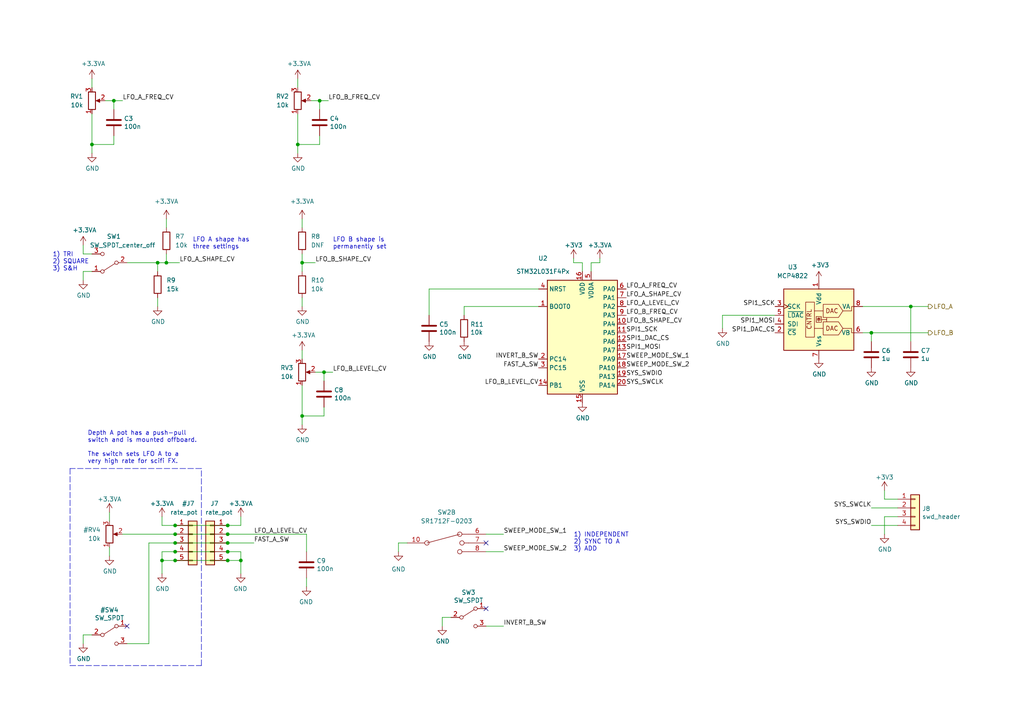
<source format=kicad_sch>
(kicad_sch (version 20211123) (generator eeschema)
  (paper "A4")
  (title_block (title "M.S.M. Stereo Lowpass Filter Pedal") (date "2022-06-07") (comment 2 "creativecommons.org/licenses/by/4.0") (comment 3 "License: CC by 4.0") (comment 4 "Author: Jordan Aceto"))
  (lib_symbols
    (symbol "Analog_DAC:MCP4822" (pin_names (offset 1.016))
      (property "Reference" "U" (at -2.54 10.795 0))
      (property "Value" "MCP4822" (at -2.54 8.89 0))
      (symbol "MCP4822_0_0"
        (polyline (pts (xy 0 -1.778) (xy 0 -0.635)))
        (polyline (pts (xy 0.381 -0.889) (xy 0.508 -0.762)))
        (polyline (pts (xy 2.286 -1.143) (xy 2.286 -1.905)))
        (polyline (pts (xy 0.381 -0.889) (xy -0.381 -0.889) (xy -0.508 -1.016)))
        (polyline (pts (xy 0.762 -1.27) (xy 2.286 -1.27) (xy 2.286 -0.762)))
        (polyline (pts (xy 0 -0.889) (xy 0.508 -1.397) (xy -0.508 -1.397) (xy 0 -0.889)))
        (polyline (pts (xy 6.985 -3.81) (xy 9.525 -3.81) (xy 9.525 -5.08) (xy 10.16 -5.08)))
        (polyline (pts (xy 6.985 1.27) (xy 9.525 1.27) (xy 9.525 2.54) (xy 10.16 2.54)))
        (rectangle (start 0.762 -0.381) (end -0.762 -2.032))
        (text "CNTRL" (at -2.032 -4.191 900) (effects (font (size 1.27 1.27)) (justify left bottom)))
        (text "DAC" (at 3.81 -3.81 0) (effects (font (size 1.27 1.27))))
        (text "DAC" (at 3.81 1.27 0) (effects (font (size 1.27 1.27))))
      )
      (symbol "MCP4822_0_1"
        (rectangle (start -10.16 7.62) (end 10.16 -10.16) (stroke (width 0.254)) (fill (type background)))
        (rectangle (start -1.27 -6.35) (end -3.81 3.81))
        (polyline (pts (xy 1.27 -3.81) (xy -1.27 -3.81)))
        (polyline (pts (xy 1.27 1.27) (xy -1.27 1.27)))
        (polyline (pts (xy 6.985 -3.81) (xy 5.715 -1.905) (xy 1.27 -1.905) (xy 1.27 -5.715) (xy 5.715 -5.715) (xy 6.985 -3.81)))
        (polyline (pts (xy 6.985 1.27) (xy 5.715 3.175) (xy 1.27 3.175) (xy 1.27 -0.635) (xy 5.715 -0.635) (xy 6.985 1.27)))
      )
      (symbol "MCP4822_1_1"
        (pin power_in line (at 0 10.16 270) (length 2.54) (name "Vdd") (number "1"))
        (pin input line (at -12.7 -5.08 0) (length 2.54) (name "~{CS}") (number "2"))
        (pin input clock (at -12.7 2.54 0) (length 2.54) (name "SCK") (number "3"))
        (pin input line (at -12.7 -2.54 0) (length 2.54) (name "SDI") (number "4"))
        (pin input line (at -12.7 0 0) (length 2.54) (name "~{LDAC}") (number "5"))
        (pin output line (at 12.7 -5.08 180) (length 2.54) (name "VB") (number "6"))
        (pin power_in line (at 0 -12.7 90) (length 2.54) (name "Vss") (number "7"))
        (pin output line (at 12.7 2.54 180) (length 2.54) (name "VA") (number "8"))
      )
    )
    (symbol "Connector_Generic:Conn_01x04" (pin_names (offset 1.016) hide)
      (property "Reference" "J" (at 0 5.08 0))
      (property "Value" "Conn_01x04" (at 0 -7.62 0))
      (symbol "Conn_01x04_1_1"
        (rectangle (start -1.27 -4.953) (end 0 -5.207) (stroke (width 0.1524)))
        (rectangle (start -1.27 -2.413) (end 0 -2.667) (stroke (width 0.1524)))
        (rectangle (start -1.27 0.127) (end 0 -0.127) (stroke (width 0.1524)))
        (rectangle (start -1.27 2.667) (end 0 2.413) (stroke (width 0.1524)))
        (rectangle (start -1.27 3.81) (end 1.27 -6.35) (stroke (width 0.254)) (fill (type background)))
        (pin passive line (at -5.08 2.54 0) (length 3.81) (name "Pin_1") (number "1"))
        (pin passive line (at -5.08 0 0) (length 3.81) (name "Pin_2") (number "2"))
        (pin passive line (at -5.08 -2.54 0) (length 3.81) (name "Pin_3") (number "3"))
        (pin passive line (at -5.08 -5.08 0) (length 3.81) (name "Pin_4") (number "4"))
      )
    )
    (symbol "Connector_Generic:Conn_01x05" (pin_names (offset 1.016) hide)
      (property "Reference" "J" (at 0 7.62 0))
      (property "Value" "Conn_01x05" (at 0 -7.62 0))
      (symbol "Conn_01x05_1_1"
        (rectangle (start -1.27 -4.953) (end 0 -5.207) (stroke (width 0.1524)))
        (rectangle (start -1.27 -2.413) (end 0 -2.667) (stroke (width 0.1524)))
        (rectangle (start -1.27 0.127) (end 0 -0.127) (stroke (width 0.1524)))
        (rectangle (start -1.27 2.667) (end 0 2.413) (stroke (width 0.1524)))
        (rectangle (start -1.27 5.207) (end 0 4.953) (stroke (width 0.1524)))
        (rectangle (start -1.27 6.35) (end 1.27 -6.35) (stroke (width 0.254)) (fill (type background)))
        (pin passive line (at -5.08 5.08 0) (length 3.81) (name "Pin_1") (number "1"))
        (pin passive line (at -5.08 2.54 0) (length 3.81) (name "Pin_2") (number "2"))
        (pin passive line (at -5.08 0 0) (length 3.81) (name "Pin_3") (number "3"))
        (pin passive line (at -5.08 -2.54 0) (length 3.81) (name "Pin_4") (number "4"))
        (pin passive line (at -5.08 -5.08 0) (length 3.81) (name "Pin_5") (number "5"))
      )
    )
    (symbol "Device:C" (pin_numbers hide) (pin_names (offset 0.254))
      (property "Reference" "C" (at 0.635 2.54 0))
      (property "Value" "C" (at 0.635 -2.54 0))
      (symbol "C_0_1"
        (polyline (pts (xy -2.032 -0.762) (xy 2.032 -0.762)) (stroke (width 0.508)))
        (polyline (pts (xy -2.032 0.762) (xy 2.032 0.762)) (stroke (width 0.508)))
      )
      (symbol "C_1_1"
        (pin passive line (at 0 3.81 270) (length 2.794) (name "~") (number "1"))
        (pin passive line (at 0 -3.81 90) (length 2.794) (name "~") (number "2"))
      )
    )
    (symbol "Device:R" (pin_numbers hide) (pin_names (offset 0))
      (property "Reference" "R" (at 2.032 0 90))
      (property "Value" "R" (at 0 0 90))
      (symbol "R_0_1"
        (rectangle (start -1.016 -2.54) (end 1.016 2.54) (stroke (width 0.254)))
      )
      (symbol "R_1_1"
        (pin passive line (at 0 3.81 270) (length 1.27) (name "~") (number "1"))
        (pin passive line (at 0 -3.81 90) (length 1.27) (name "~") (number "2"))
      )
    )
    (symbol "Device:R_Potentiometer" (pin_names (offset 1.016) hide)
      (property "Reference" "RV" (at -4.445 0 90))
      (property "Value" "R_Potentiometer" (at -2.54 0 90))
      (symbol "R_Potentiometer_0_1"
        (polyline (pts (xy 2.54 0) (xy 1.524 0)))
        (polyline (pts (xy 1.143 0) (xy 2.286 0.508) (xy 2.286 -0.508) (xy 1.143 0)) (fill (type outline)))
        (rectangle (start 1.016 2.54) (end -1.016 -2.54) (stroke (width 0.254)))
      )
      (symbol "R_Potentiometer_1_1"
        (pin passive line (at 0 3.81 270) (length 1.27) (name "1") (number "1"))
        (pin passive line (at 3.81 0 180) (length 1.27) (name "2") (number "2"))
        (pin passive line (at 0 -3.81 90) (length 1.27) (name "3") (number "3"))
      )
    )
    (symbol "MCU_ST_STM32L0:STM32L031F4Px"
      (property "Reference" "U" (at -10.16 16.51 0))
      (property "Value" "STM32L031F4Px" (at 5.08 16.51 0))
      (symbol "STM32L031F4Px_0_1"
        (rectangle (start -10.16 -17.78) (end 10.16 15.24) (stroke (width 0.254)) (fill (type background)))
      )
      (symbol "STM32L031F4Px_1_1"
        (pin input line (at -12.7 7.62 0) (length 2.54) (name "BOOT0") (number "1"))
        (pin bidirectional line (at 12.7 2.54 180) (length 2.54) (name "PA4") (number "10"))
        (pin bidirectional line (at 12.7 0 180) (length 2.54) (name "PA5") (number "11"))
        (pin bidirectional line (at 12.7 -2.54 180) (length 2.54) (name "PA6") (number "12"))
        (pin bidirectional line (at 12.7 -5.08 180) (length 2.54) (name "PA7") (number "13"))
        (pin bidirectional line (at -12.7 -15.24 0) (length 2.54) (name "PB1") (number "14"))
        (pin power_in line (at 0 -20.32 90) (length 2.54) (name "VSS") (number "15"))
        (pin power_in line (at 0 17.78 270) (length 2.54) (name "VDD") (number "16"))
        (pin bidirectional line (at 12.7 -7.62 180) (length 2.54) (name "PA9") (number "17"))
        (pin bidirectional line (at 12.7 -10.16 180) (length 2.54) (name "PA10") (number "18"))
        (pin bidirectional line (at 12.7 -12.7 180) (length 2.54) (name "PA13") (number "19"))
        (pin bidirectional line (at -12.7 -7.62 0) (length 2.54) (name "PC14") (number "2"))
        (pin bidirectional line (at 12.7 -15.24 180) (length 2.54) (name "PA14") (number "20"))
        (pin bidirectional line (at -12.7 -10.16 0) (length 2.54) (name "PC15") (number "3"))
        (pin input line (at -12.7 12.7 0) (length 2.54) (name "NRST") (number "4"))
        (pin power_in line (at 2.54 17.78 270) (length 2.54) (name "VDDA") (number "5"))
        (pin bidirectional line (at 12.7 12.7 180) (length 2.54) (name "PA0") (number "6"))
        (pin bidirectional line (at 12.7 10.16 180) (length 2.54) (name "PA1") (number "7"))
        (pin bidirectional line (at 12.7 7.62 180) (length 2.54) (name "PA2") (number "8"))
        (pin bidirectional line (at 12.7 5.08 180) (length 2.54) (name "PA3") (number "9"))
      )
    )
    (symbol "Switch:SW_SPDT" (pin_names (offset 0) hide)
      (property "Reference" "SW" (at 0 4.318 0))
      (property "Value" "SW_SPDT" (at 0 -5.08 0))
      (symbol "SW_SPDT_0_0"
        (circle (center -2.032 0) (radius 0.508))
        (circle (center 2.032 -2.54) (radius 0.508))
      )
      (symbol "SW_SPDT_0_1"
        (polyline (pts (xy -1.524 0.254) (xy 1.651 2.286)))
        (circle (center 2.032 2.54) (radius 0.508))
      )
      (symbol "SW_SPDT_1_1"
        (pin passive line (at 5.08 2.54 180) (length 2.54) (name "A") (number "1"))
        (pin passive line (at -5.08 0 0) (length 2.54) (name "B") (number "2"))
        (pin passive line (at 5.08 -2.54 180) (length 2.54) (name "C") (number "3"))
      )
    )
    (symbol "custom_symbols:SR1712F-0203" (pin_names (offset 1.016) hide)
      (property "Reference" "SW" (at 0 5.08 0))
      (property "Value" "SR1712F-0203" (at 0 -5.08 0))
      (symbol "SR1712F-0203_0_0"
        (circle (center -4.445 0) (radius 0.635))
        (polyline (pts (xy -4.445 0) (xy 5.08 2.54)))
        (polyline (pts (xy 5.715 -2.54) (xy 7.62 -2.54)))
        (polyline (pts (xy 5.715 2.54) (xy 7.62 2.54)))
        (polyline (pts (xy 6.35 0) (xy 7.62 0)))
        (circle (center 5.08 -2.54) (radius 0.635))
        (circle (center 5.08 2.54) (radius 0.635))
        (circle (center 5.715 0) (radius 0.635))
      )
      (symbol "SR1712F-0203_1_1"
        (pin passive line (at -10.16 0 0) (length 5.08) (name "1") (number "1"))
        (pin passive line (at 12.7 2.54 180) (length 5.08) (name "2") (number "2"))
        (pin passive line (at 12.7 0 180) (length 5.08) (name "3") (number "3"))
        (pin passive line (at 12.7 -2.54 180) (length 5.08) (name "4") (number "4"))
      )
      (symbol "SR1712F-0203_2_1"
        (pin passive line (at -10.16 0 0) (length 5.08) (name "10") (number "10"))
        (pin passive line (at 12.7 2.54 180) (length 5.08) (name "6") (number "6"))
        (pin passive line (at 12.7 0 180) (length 5.08) (name "7") (number "7"))
        (pin passive line (at 12.7 -2.54 180) (length 5.08) (name "8") (number "8"))
      )
    )
    (symbol "power:+3.3V" (power) (pin_names (offset 0))
      (property "Value" "+3.3V" (at 0 3.556 0))
      (symbol "+3.3V_0_1"
        (polyline (pts (xy -0.762 1.27) (xy 0 2.54)))
        (polyline (pts (xy 0 0) (xy 0 2.54)))
        (polyline (pts (xy 0 2.54) (xy 0.762 1.27)))
      )
      (symbol "+3.3V_1_1"
        (pin power_in line (at 0 0 90) (length 0) hide (name "+3V3") (number "1"))
      )
    )
    (symbol "power:+3.3VA" (power) (pin_names (offset 0))
      (property "Value" "+3.3VA" (at 0 3.556 0))
      (symbol "+3.3VA_0_1"
        (polyline (pts (xy -0.762 1.27) (xy 0 2.54)))
        (polyline (pts (xy 0 0) (xy 0 2.54)))
        (polyline (pts (xy 0 2.54) (xy 0.762 1.27)))
      )
      (symbol "+3.3VA_1_1"
        (pin power_in line (at 0 0 90) (length 0) hide (name "+3.3VA") (number "1"))
      )
    )
    (symbol "power:GND" (power) (pin_names (offset 0))
      (property "Value" "GND" (at 0 -3.81 0))
      (symbol "GND_0_1"
        (polyline (pts (xy 0 0) (xy 0 -1.27) (xy 1.27 -1.27) (xy 0 -2.54) (xy -1.27 -1.27) (xy 0 -1.27)))
      )
      (symbol "GND_1_1"
        (pin power_in line (at 0 0 270) (length 0) hide (name "GND") (number "1"))
      )
    )
  )
  (junction (at 66.04 157.48))
  (junction (at 50.8 160.02))
  (junction (at 86.36 41.91))
  (junction (at 92.71 29.21))
  (junction (at 87.63 76.2))
  (junction (at 66.04 154.94))
  (junction (at 48.26 76.2))
  (junction (at 264.16 88.9))
  (junction (at 66.04 162.56))
  (junction (at 50.8 157.48))
  (junction (at 66.04 160.02))
  (junction (at 87.63 120.65))
  (junction (at 45.72 76.2))
  (junction (at 69.85 162.56))
  (junction (at 50.8 162.56))
  (junction (at 93.98 107.95))
  (junction (at 252.73 96.52))
  (junction (at 66.04 152.4))
  (junction (at 26.67 41.91))
  (junction (at 50.8 152.4))
  (junction (at 33.02 29.21))
  (junction (at 50.8 154.94))
  (junction (at 46.99 162.56))
  (no_connect (at 36.83 181.61))
  (no_connect (at 140.97 157.48))
  (no_connect (at 140.97 176.53))
  (polyline (pts (xy 58.42 193.04) (xy 58.42 135.89)))
  (wire (pts (xy 134.62 88.9) (xy 156.21 88.9)))
  (wire (pts (xy 50.8 157.48) (xy 66.04 157.48)))
  (wire (pts (xy 87.63 66.04) (xy 87.63 63.5)))
  (wire (pts (xy 26.67 73.66) (xy 24.13 73.66)))
  (wire (pts (xy 87.63 76.2) (xy 91.44 76.2)))
  (wire (pts (xy 45.72 88.9) (xy 45.72 86.36)))
  (polyline (pts (xy 20.32 193.04) (xy 58.42 193.04)))
  (wire (pts (xy 46.99 160.02) (xy 46.99 162.56)))
  (wire (pts (xy 31.75 148.59) (xy 31.75 151.13)))
  (wire (pts (xy 93.98 120.65) (xy 87.63 120.65)))
  (wire (pts (xy 46.99 160.02) (xy 50.8 160.02)))
  (wire (pts (xy 36.83 186.69) (xy 43.18 186.69)))
  (wire (pts (xy 88.9 167.64) (xy 88.9 170.18)))
  (wire (pts (xy 86.36 41.91) (xy 86.36 33.02)))
  (wire (pts (xy 252.73 99.06) (xy 252.73 96.52)))
  (polyline (pts (xy 58.42 135.89) (xy 20.32 135.89)))
  (wire (pts (xy 252.73 147.32) (xy 260.35 147.32)))
  (wire (pts (xy 92.71 29.21) (xy 90.17 29.21)))
  (wire (pts (xy 92.71 31.75) (xy 92.71 29.21)))
  (wire (pts (xy 46.99 162.56) (xy 46.99 166.37)))
  (wire (pts (xy 87.63 120.65) (xy 87.63 111.76)))
  (wire (pts (xy 48.26 73.66) (xy 48.26 76.2)))
  (wire (pts (xy 24.13 73.66) (xy 24.13 71.12)))
  (wire (pts (xy 252.73 152.4) (xy 260.35 152.4)))
  (wire (pts (xy 115.57 160.02) (xy 115.57 157.48)))
  (wire (pts (xy 66.04 162.56) (xy 69.85 162.56)))
  (wire (pts (xy 24.13 184.15) (xy 26.67 184.15)))
  (wire (pts (xy 50.8 152.4) (xy 66.04 152.4)))
  (polyline (pts (xy 20.32 135.89) (xy 20.32 193.04)))
  (wire (pts (xy 140.97 181.61) (xy 146.05 181.61)))
  (wire (pts (xy 46.99 162.56) (xy 50.8 162.56)))
  (wire (pts (xy 24.13 81.28) (xy 24.13 78.74)))
  (wire (pts (xy 31.75 158.75) (xy 31.75 161.29)))
  (wire (pts (xy 87.63 88.9) (xy 87.63 86.36)))
  (wire (pts (xy 33.02 41.91) (xy 26.67 41.91)))
  (wire (pts (xy 36.83 76.2) (xy 45.72 76.2)))
  (wire (pts (xy 87.63 76.2) (xy 87.63 78.74)))
  (wire (pts (xy 92.71 41.91) (xy 86.36 41.91)))
  (wire (pts (xy 87.63 101.6) (xy 87.63 104.14)))
  (wire (pts (xy 50.8 154.94) (xy 66.04 154.94)))
  (wire (pts (xy 173.99 76.2) (xy 173.99 74.93)))
  (wire (pts (xy 115.57 157.48) (xy 118.11 157.48)))
  (wire (pts (xy 140.97 160.02) (xy 146.05 160.02)))
  (wire (pts (xy 50.8 160.02) (xy 66.04 160.02)))
  (wire (pts (xy 168.91 78.74) (xy 168.91 76.2)))
  (wire (pts (xy 26.67 41.91) (xy 26.67 33.02)))
  (wire (pts (xy 50.8 157.48) (xy 43.18 157.48)))
  (wire (pts (xy 92.71 29.21) (xy 95.25 29.21)))
  (wire (pts (xy 69.85 160.02) (xy 69.85 162.56)))
  (wire (pts (xy 93.98 107.95) (xy 91.44 107.95)))
  (wire (pts (xy 88.9 154.94) (xy 88.9 160.02)))
  (wire (pts (xy 87.63 123.19) (xy 87.63 120.65)))
  (wire (pts (xy 48.26 66.04) (xy 48.26 63.5)))
  (wire (pts (xy 124.46 83.82) (xy 156.21 83.82)))
  (wire (pts (xy 124.46 91.44) (xy 124.46 83.82)))
  (wire (pts (xy 33.02 39.37) (xy 33.02 41.91)))
  (wire (pts (xy 66.04 157.48) (xy 73.66 157.48)))
  (wire (pts (xy 209.55 91.44) (xy 224.79 91.44)))
  (wire (pts (xy 45.72 76.2) (xy 45.72 78.74)))
  (wire (pts (xy 256.54 144.78) (xy 260.35 144.78)))
  (wire (pts (xy 252.73 96.52) (xy 250.19 96.52)))
  (wire (pts (xy 26.67 44.45) (xy 26.67 41.91)))
  (wire (pts (xy 93.98 110.49) (xy 93.98 107.95)))
  (wire (pts (xy 86.36 44.45) (xy 86.36 41.91)))
  (wire (pts (xy 92.71 39.37) (xy 92.71 41.91)))
  (wire (pts (xy 33.02 29.21) (xy 35.56 29.21)))
  (wire (pts (xy 256.54 154.94) (xy 256.54 149.86)))
  (wire (pts (xy 166.37 76.2) (xy 166.37 74.93)))
  (wire (pts (xy 24.13 78.74) (xy 26.67 78.74)))
  (wire (pts (xy 269.24 96.52) (xy 252.73 96.52)))
  (wire (pts (xy 168.91 76.2) (xy 166.37 76.2)))
  (wire (pts (xy 264.16 88.9) (xy 250.19 88.9)))
  (wire (pts (xy 87.63 73.66) (xy 87.63 76.2)))
  (wire (pts (xy 69.85 149.86) (xy 69.85 152.4)))
  (wire (pts (xy 66.04 152.4) (xy 69.85 152.4)))
  (wire (pts (xy 46.99 149.86) (xy 46.99 152.4)))
  (wire (pts (xy 45.72 76.2) (xy 48.26 76.2)))
  (wire (pts (xy 264.16 99.06) (xy 264.16 88.9)))
  (wire (pts (xy 33.02 29.21) (xy 30.48 29.21)))
  (wire (pts (xy 93.98 118.11) (xy 93.98 120.65)))
  (wire (pts (xy 256.54 149.86) (xy 260.35 149.86)))
  (wire (pts (xy 26.67 22.86) (xy 26.67 25.4)))
  (wire (pts (xy 209.55 95.25) (xy 209.55 91.44)))
  (wire (pts (xy 66.04 154.94) (xy 88.9 154.94)))
  (wire (pts (xy 93.98 107.95) (xy 96.52 107.95)))
  (wire (pts (xy 24.13 186.69) (xy 24.13 184.15)))
  (wire (pts (xy 69.85 162.56) (xy 69.85 166.37)))
  (wire (pts (xy 48.26 76.2) (xy 52.07 76.2)))
  (wire (pts (xy 171.45 78.74) (xy 171.45 76.2)))
  (wire (pts (xy 269.24 88.9) (xy 264.16 88.9)))
  (wire (pts (xy 256.54 142.24) (xy 256.54 144.78)))
  (wire (pts (xy 134.62 91.44) (xy 134.62 88.9)))
  (wire (pts (xy 33.02 31.75) (xy 33.02 29.21)))
  (wire (pts (xy 128.27 181.61) (xy 128.27 179.07)))
  (wire (pts (xy 43.18 157.48) (xy 43.18 186.69)))
  (wire (pts (xy 140.97 154.94) (xy 146.05 154.94)))
  (wire (pts (xy 171.45 76.2) (xy 173.99 76.2)))
  (wire (pts (xy 50.8 162.56) (xy 66.04 162.56)))
  (wire (pts (xy 86.36 22.86) (xy 86.36 25.4)))
  (wire (pts (xy 50.8 152.4) (xy 46.99 152.4)))
  (wire (pts (xy 35.56 154.94) (xy 50.8 154.94)))
  (wire (pts (xy 69.85 160.02) (xy 66.04 160.02)))
  (wire (pts (xy 128.27 179.07) (xy 130.81 179.07)))
  (text "1) INDEPENDENT\n2) SYNC TO A\n3) ADD" (at 166.37 160.02 0) (effects (font (size 1.27 1.27)) (justify left bottom)))
  (text "1) TRI\n2) SQUARE\n3) S&H" (at 15.24 78.74 0) (effects (font (size 1.27 1.27)) (justify left bottom)))
  (text "LFO A shape has\nthree settings" (at 55.88 72.39 0) (effects (font (size 1.27 1.27)) (justify left bottom)))
  (text "Depth A pot has a push-pull\nswitch and is mounted offboard.\n\nThe switch sets LFO A to a\nvery high rate for scifi FX." (at 25.4 134.62 0) (effects (font (size 1.27 1.27)) (justify left bottom)))
  (text "LFO B shape is\npermanently set" (at 96.52 72.39 0) (effects (font (size 1.27 1.27)) (justify left bottom)))
  (label "LFO_B_LEVEL_CV" (at 156.21 111.76 180))
  (label "FAST_A_SW" (at 73.66 157.48 0))
  (label "LFO_A_LEVEL_CV" (at 73.66 154.94 0))
  (label "SWEEP_MODE_SW_2" (at 146.05 160.02 0))
  (label "SWEEP_MODE_SW_1" (at 181.61 104.14 0))
  (label "LFO_A_FREQ_CV" (at 35.56 29.21 0))
  (label "LFO_B_FREQ_CV" (at 95.25 29.21 0))
  (label "LFO_A_FREQ_CV" (at 181.61 83.82 0))
  (label "INVERT_B_SW" (at 146.05 181.61 0))
  (label "SPI1_DAC_CS" (at 181.61 99.06 0))
  (label "SYS_SWCLK" (at 181.61 111.76 0))
  (label "SPI1_MOSI" (at 181.61 101.6 0))
  (label "LFO_B_SHAPE_CV" (at 181.61 93.98 0))
  (label "LFO_A_SHAPE_CV" (at 181.61 86.36 0))
  (label "SPI1_SCK" (at 181.61 96.52 0))
  (label "FAST_A_SW" (at 156.21 106.68 180))
  (label "SYS_SWCLK" (at 252.73 147.32 180))
  (label "LFO_B_LEVEL_CV" (at 96.52 107.95 0))
  (label "SPI1_SCK" (at 224.79 88.9 180))
  (label "LFO_A_LEVEL_CV" (at 181.61 88.9 0))
  (label "LFO_A_SHAPE_CV" (at 52.07 76.2 0))
  (label "SWEEP_MODE_SW_1" (at 146.05 154.94 0))
  (label "SPI1_DAC_CS" (at 224.79 96.52 180))
  (label "SWEEP_MODE_SW_2" (at 181.61 106.68 0))
  (label "SYS_SWDIO" (at 252.73 152.4 180))
  (label "LFO_B_SHAPE_CV" (at 91.44 76.2 0))
  (label "SYS_SWDIO" (at 181.61 109.22 0))
  (label "SPI1_MOSI" (at 224.79 93.98 180))
  (label "INVERT_B_SW" (at 156.21 104.14 180))
  (label "LFO_B_FREQ_CV" (at 181.61 91.44 0))
  (hierarchical_label "LFO_B" (shape output) (at 269.24 96.52 0))
  (hierarchical_label "LFO_A" (shape output) (at 269.24 88.9 0))
  (symbol (lib_id "Switch:SW_SPDT") (at 135.89 179.07 0) (unit 1)
    (property "Reference" "SW3" (at 135.89 171.831 0))
    (property "Value" "SW_SPDT" (at 135.89 174.1424 0))
    (property "Footprint" "custom_footprints:SPDT_mini_toggle" (effects hide))
  )
  (symbol (lib_id "power:+3.3VA") (at 69.85 149.86 0) (unit 1)
    (property "Reference" "#PWR0101" (effects hide))
    (property "Value" "+3.3VA" (at 69.85 146.05 0))
  )
  (symbol (lib_id "power:GND") (at 256.54 154.94 0) (unit 1)
    (property "Reference" "#PWR047" (effects hide))
    (property "Value" "GND" (at 256.667 159.3342 0))
  )
  (symbol (lib_id "Device:C") (at 92.71 35.56 0) (unit 1)
    (property "Reference" "C4" (at 95.631 34.3916 0) (effects (justify left)))
    (property "Value" "100n" (at 95.631 36.703 0) (effects (justify left)))
    (property "Footprint" "Capacitor_SMD:C_0805_2012Metric" (effects hide))
  )
  (symbol (lib_id "power:GND") (at 209.55 95.25 0) (unit 1)
    (property "Reference" "#PWR036" (effects hide))
    (property "Value" "GND" (at 209.677 99.6442 0))
  )
  (symbol (lib_id "power:GND") (at 87.63 88.9 0) (unit 1)
    (property "Reference" "#PWR035" (effects hide))
    (property "Value" "~" (at 87.757 93.2942 0))
  )
  (symbol (lib_id "power:+3.3V") (at 237.49 81.28 0) (unit 1)
    (property "Reference" "#PWR033" (effects hide))
    (property "Value" "+3.3V" (at 237.871 76.8858 0))
  )
  (symbol (lib_id "power:+3.3VA") (at 48.26 63.5 0) (unit 1)
    (property "Reference" "#PWR027" (effects hide))
    (property "Value" "+3.3VA" (at 48.26 58.42 0))
  )
  (symbol (lib_id "Device:C") (at 88.9 163.83 0) (unit 1)
    (property "Reference" "C9" (at 91.821 162.6616 0) (effects (justify left)))
    (property "Value" "100n" (at 91.821 164.973 0) (effects (justify left)))
    (property "Footprint" "Capacitor_SMD:C_0805_2012Metric" (effects hide))
  )
  (symbol (lib_id "Switch:SW_SPDT") (at 31.75 184.15 0) (unit 1) (on_board no)
    (property "Reference" "#SW4" (at 31.75 176.911 0))
    (property "Value" "SW_SPDT" (at 31.75 179.2224 0))
    (property "Footprint" "custom_footprints:SPDT_mini_toggle" (effects hide))
  )
  (symbol (lib_id "power:+3.3VA") (at 87.63 63.5 0) (unit 1)
    (property "Reference" "#PWR028" (effects hide))
    (property "Value" "+3.3VA" (at 87.63 58.42 0))
  )
  (symbol (lib_id "Device:C") (at 93.98 114.3 0) (unit 1)
    (property "Reference" "C8" (at 96.901 113.1316 0) (effects (justify left)))
    (property "Value" "100n" (at 96.901 115.443 0) (effects (justify left)))
    (property "Footprint" "Capacitor_SMD:C_0805_2012Metric" (effects hide))
  )
  (symbol (lib_id "Device:R_Potentiometer") (at 86.36 29.21 0) (mirror x) (unit 1)
    (property "Reference" "RV2" (at 83.82 27.9399 0) (effects (justify right)))
    (property "Value" "10k" (at 83.82 30.4799 0) (effects (justify right)))
    (property "Footprint" "Potentiometer_THT:Potentiometer_Alpha_RD901F-40-00D_Single_Vertical" (effects hide))
  )
  (symbol (lib_id "power:GND") (at 252.73 106.68 0) (unit 1)
    (property "Reference" "#PWR041" (effects hide))
    (property "Value" "GND" (at 252.857 111.0742 0))
  )
  (symbol (lib_id "Device:R_Potentiometer") (at 26.67 29.21 0) (mirror x) (unit 1)
    (property "Reference" "RV1" (at 24.13 27.9399 0) (effects (justify right)))
    (property "Value" "10k" (at 24.13 30.4799 0) (effects (justify right)))
    (property "Footprint" "Potentiometer_THT:Potentiometer_Alpha_RD901F-40-00D_Single_Vertical" (effects hide))
  )
  (symbol (lib_id "power:+3.3VA") (at 173.99 74.93 0) (unit 1)
    (property "Reference" "#PWR031" (effects hide))
    (property "Value" "+3.3VA" (at 173.99 71.12 0))
  )
  (symbol (lib_id "Device:R") (at 134.62 95.25 0) (unit 1)
    (property "Reference" "R11" (at 136.398 94.0816 0) (effects (justify left)))
    (property "Value" "10k" (at 136.398 96.393 0) (effects (justify left)))
    (property "Footprint" "Resistor_SMD:R_0805_2012Metric" (effects hide))
  )
  (symbol (lib_id "MCU_ST_STM32L0:STM32L031F4Px") (at 168.91 96.52 0) (unit 1)
    (property "Reference" "U2" (at 157.48 74.93 0))
    (property "Value" "STM32L031F4Px" (at 157.48 78.74 0))
    (property "Footprint" "Package_SO:TSSOP-20_4.4x6.5mm_P0.65mm" (effects hide))
    (property "Datasheet" "http://www.st.com/st-web-ui/static/active/en/resource/technical/document/datasheet/DM00140359.pdf" (effects hide))
  )
  (symbol (lib_id "power:GND") (at 31.75 161.29 0) (unit 1) (on_board no)
    (property "Reference" "#PWR048" (effects hide))
    (property "Value" "GND" (at 31.877 165.6842 0))
  )
  (symbol (lib_id "power:GND") (at 24.13 81.28 0) (unit 1)
    (property "Reference" "#PWR032" (effects hide))
    (property "Value" "GND" (at 24.257 85.6742 0))
  )
  (symbol (lib_id "power:GND") (at 134.62 99.06 0) (unit 1)
    (property "Reference" "#PWR038" (effects hide))
    (property "Value" "GND" (at 134.747 103.4542 0))
  )
  (symbol (lib_id "power:GND") (at 46.99 166.37 0) (unit 1) (on_board no)
    (property "Reference" "#PWR0102" (effects hide))
    (property "Value" "GND" (at 47.117 170.7642 0))
  )
  (symbol (lib_id "power:GND") (at 24.13 186.69 0) (unit 1) (on_board no)
    (property "Reference" "#PWR050" (effects hide))
    (property "Value" "GND" (at 24.257 191.0842 0))
  )
  (symbol (lib_id "Device:R") (at 87.63 82.55 0) (unit 1)
    (property "Reference" "R10" (at 90.17 81.2799 0) (effects (justify left)))
    (property "Value" "10k" (at 90.17 83.8199 0) (effects (justify left)))
    (property "Footprint" "Resistor_SMD:R_0805_2012Metric" (effects hide))
  )
  (symbol (lib_id "power:GND") (at 237.49 104.14 0) (unit 1)
    (property "Reference" "#PWR040" (effects hide))
    (property "Value" "GND" (at 237.617 108.5342 0))
  )
  (symbol (lib_id "power:GND") (at 87.63 123.19 0) (unit 1)
    (property "Reference" "#PWR044" (effects hide))
    (property "Value" "GND" (at 87.757 127.5842 0))
  )
  (symbol (lib_id "power:+3.3VA") (at 26.67 22.86 0) (unit 1)
    (property "Reference" "#PWR023" (effects hide))
    (property "Value" "+3.3VA" (at 27.051 18.4658 0))
  )
  (symbol (lib_id "Device:R_Potentiometer") (at 31.75 154.94 0) (mirror x) (unit 1) (on_board no)
    (property "Reference" "#RV4" (at 29.21 153.6699 0) (effects (justify right)))
    (property "Value" "10k" (at 29.21 156.2099 0) (effects (justify right)))
  )
  (symbol (lib_id "Device:C") (at 33.02 35.56 0) (unit 1)
    (property "Reference" "C3" (at 35.941 34.3916 0) (effects (justify left)))
    (property "Value" "100n" (at 35.941 36.703 0) (effects (justify left)))
    (property "Footprint" "Capacitor_SMD:C_0805_2012Metric" (effects hide))
  )
  (symbol (lib_id "power:GND") (at 69.85 166.37 0) (mirror y) (unit 1)
    (property "Reference" "#PWR0104" (effects hide))
    (property "Value" "GND" (at 69.723 170.7642 0))
  )
  (symbol (lib_id "Connector_Generic:Conn_01x05") (at 55.88 157.48 0) (unit 1) (on_board no)
    (property "Reference" "#J7" (at 54.61 146.05 0))
    (property "Value" "rate_pot" (at 53.34 148.59 0))
  )
  (symbol (lib_id "power:GND") (at 168.91 116.84 0) (unit 1)
    (property "Reference" "#PWR043" (effects hide))
    (property "Value" "GND" (at 169.037 121.2342 0))
  )
  (symbol (lib_id "Device:C") (at 124.46 95.25 0) (unit 1)
    (property "Reference" "C5" (at 127.381 94.0816 0) (effects (justify left)))
    (property "Value" "100n" (at 127.381 96.393 0) (effects (justify left)))
    (property "Footprint" "Capacitor_SMD:C_0805_2012Metric" (effects hide))
  )
  (symbol (lib_id "power:GND") (at 115.57 160.02 0) (unit 1)
    (property "Reference" "#PWR049" (effects hide))
    (property "Value" "GND" (at 115.57 165.1 0))
  )
  (symbol (lib_id "power:GND") (at 26.67 44.45 0) (unit 1)
    (property "Reference" "#PWR025" (effects hide))
    (property "Value" "GND" (at 26.797 48.8442 0))
  )
  (symbol (lib_id "power:GND") (at 264.16 106.68 0) (unit 1)
    (property "Reference" "#PWR042" (effects hide))
    (property "Value" "GND" (at 264.287 111.0742 0))
  )
  (symbol (lib_id "power:+3.3VA") (at 86.36 22.86 0) (unit 1)
    (property "Reference" "#PWR024" (effects hide))
    (property "Value" "+3.3VA" (at 86.741 18.4658 0))
  )
  (symbol (lib_id "Switch:SW_SPDT") (at 31.75 76.2 180) (unit 1)
    (property "Reference" "SW1" (at 33.02 68.58 0))
    (property "Value" "SW_SPDT_center_off" (at 35.56 71.12 0))
    (property "Footprint" "custom_footprints:SPDT_mini_toggle" (effects hide))
  )
  (symbol (lib_id "Device:R_Potentiometer") (at 87.63 107.95 0) (mirror x) (unit 1)
    (property "Reference" "RV3" (at 85.09 106.6799 0) (effects (justify right)))
    (property "Value" "10k" (at 85.09 109.2199 0) (effects (justify right)))
    (property "Footprint" "Potentiometer_THT:Potentiometer_Alpha_RD901F-40-00D_Single_Vertical" (effects hide))
  )
  (symbol (lib_id "power:+3.3V") (at 256.54 142.24 0) (unit 1)
    (property "Reference" "#PWR046" (effects hide))
    (property "Value" "+3.3V" (at 256.54 138.43 0))
  )
  (symbol (lib_id "power:GND") (at 124.46 99.06 0) (unit 1)
    (property "Reference" "#PWR037" (effects hide))
    (property "Value" "GND" (at 124.587 103.4542 0))
  )
  (symbol (lib_id "Device:R") (at 48.26 69.85 0) (unit 1)
    (property "Reference" "R7" (at 50.8 68.5799 0) (effects (justify left)))
    (property "Value" "10k" (at 50.8 71.1199 0) (effects (justify left)))
    (property "Footprint" "Resistor_SMD:R_0805_2012Metric" (effects hide))
  )
  (symbol (lib_id "Device:C") (at 264.16 102.87 0) (unit 1)
    (property "Reference" "C7" (at 267.081 101.7016 0) (effects (justify left)))
    (property "Value" "1u" (at 267.081 104.013 0) (effects (justify left)))
    (property "Footprint" "Capacitor_SMD:C_0805_2012Metric" (effects hide))
  )
  (symbol (lib_id "power:+3.3V") (at 166.37 74.93 0) (unit 1)
    (property "Reference" "#PWR030" (effects hide))
    (property "Value" "+3.3V" (at 166.37 71.12 0))
  )
  (symbol (lib_id "Connector_Generic:Conn_01x05") (at 60.96 157.48 0) (mirror y) (unit 1)
    (property "Reference" "J7" (at 62.23 146.05 0))
    (property "Value" "rate_pot" (at 63.5 148.59 0))
    (property "Footprint" "Connector_Molex:Molex_KK-254_AE-6410-05A_1x05_P2.54mm_Vertical" (effects hide))
  )
  (symbol (lib_id "power:GND") (at 45.72 88.9 0) (unit 1)
    (property "Reference" "#PWR034" (effects hide))
    (property "Value" "GND" (at 45.847 93.2942 0))
  )
  (symbol (lib_id "power:+3.3VA") (at 46.99 149.86 0) (mirror y) (unit 1) (on_board no)
    (property "Reference" "#PWR0103" (effects hide))
    (property "Value" "+3.3VA" (at 46.99 146.05 0))
  )
  (symbol (lib_id "power:+3.3VA") (at 31.75 148.59 0) (unit 1) (on_board no)
    (property "Reference" "#PWR045" (effects hide))
    (property "Value" "+3.3VA" (at 31.75 144.78 0))
  )
  (symbol (lib_id "Connector_Generic:Conn_01x04") (at 265.43 147.32 0) (unit 1)
    (property "Reference" "J8" (at 267.462 147.5232 0) (effects (justify left)))
    (property "Value" "swd_header" (at 267.462 149.8346 0) (effects (justify left)))
    (property "Footprint" "Connector_PinHeader_2.54mm:PinHeader_1x04_P2.54mm_Vertical" (effects hide))
  )
  (symbol (lib_id "Device:R") (at 87.63 69.85 0) (unit 1)
    (property "Reference" "R8" (at 90.17 68.5799 0) (effects (justify left)))
    (property "Value" "DNF" (at 90.17 71.1199 0) (effects (justify left)))
    (property "Footprint" "Resistor_SMD:R_0805_2012Metric" (effects hide))
  )
  (symbol (lib_id "Analog_DAC:MCP4822") (at 237.49 91.44 0) (unit 1)
    (property "Reference" "U3" (at 229.87 77.47 0))
    (property "Value" "MCP4822" (at 229.87 80.01 0))
    (property "Footprint" "Package_SO:TSSOP-8_3x3mm_P0.65mm" (effects hide))
    (property "Datasheet" "http://ww1.microchip.com/downloads/en/DeviceDoc/20002249B.pdf" (effects hide))
  )
  (symbol (lib_id "Device:C") (at 252.73 102.87 0) (unit 1)
    (property "Reference" "C6" (at 255.651 101.7016 0) (effects (justify left)))
    (property "Value" "1u" (at 255.651 104.013 0) (effects (justify left)))
    (property "Footprint" "Capacitor_SMD:C_0805_2012Metric" (effects hide))
  )
  (symbol (lib_id "Device:R") (at 45.72 82.55 0) (unit 1)
    (property "Reference" "R9" (at 48.26 81.2799 0) (effects (justify left)))
    (property "Value" "15k" (at 48.26 83.8199 0) (effects (justify left)))
    (property "Footprint" "Resistor_SMD:R_0805_2012Metric" (effects hide))
  )
  (symbol (lib_id "power:GND") (at 86.36 44.45 0) (unit 1)
    (property "Reference" "#PWR026" (effects hide))
    (property "Value" "GND" (at 86.487 48.8442 0))
  )
  (symbol (lib_id "power:+3.3VA") (at 87.63 101.6 0) (unit 1)
    (property "Reference" "#PWR039" (effects hide))
    (property "Value" "+3.3VA" (at 88.011 97.2058 0))
  )
  (symbol (lib_id "power:GND") (at 88.9 170.18 0) (mirror y) (unit 1)
    (property "Reference" "#PWR0105" (effects hide))
    (property "Value" "GND" (at 88.773 174.5742 0))
  )
  (symbol (lib_id "power:+3.3VA") (at 24.13 71.12 0) (unit 1)
    (property "Reference" "#PWR029" (effects hide))
    (property "Value" "+3.3VA" (at 24.511 66.7258 0))
  )
  (symbol (lib_id "power:GND") (at 128.27 181.61 0) (unit 1)
    (property "Reference" "#PWR051" (effects hide))
    (property "Value" "GND" (at 128.397 186.0042 0))
  )
  (symbol (lib_id "custom_symbols:SR1712F-0203") (at 128.27 157.48 0) (unit 2)
    (property "Reference" "SW2" (at 129.54 148.59 0))
    (property "Value" "SR1712F-0203" (at 129.54 151.13 0))
    (property "Footprint" "custom_footprints:SR1712F_rotary_switch" (effects hide))
  )
)
</source>
